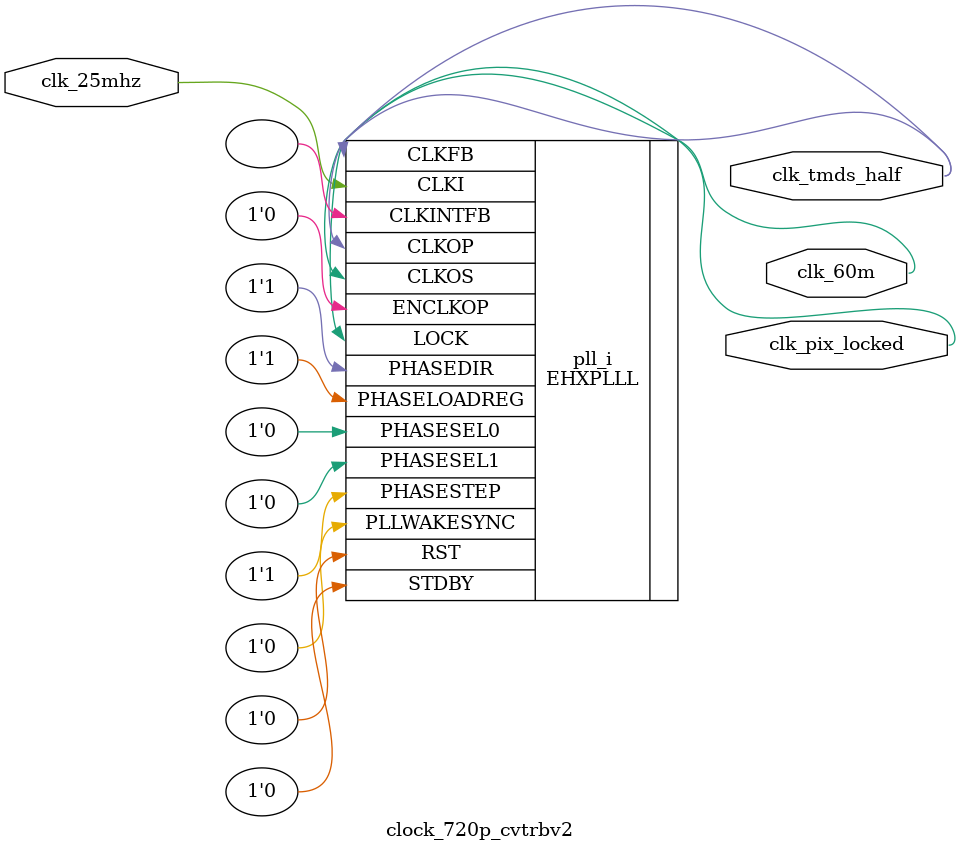
<source format=sv>
module clock_720p_cvtrbv2
(
    input clk_25mhz, // 25 MHz, 0 deg
    output clk_tmds_half, // 304.167 MHz, 0 deg
    output clk_60m, // 60.8333 MHz, 0 deg
    output clk_pix_locked
);
(* FREQUENCY_PIN_CLKI="25" *)
(* FREQUENCY_PIN_CLKOP="304.167" *)
(* FREQUENCY_PIN_CLKOS="60.8333" *)
(* ICP_CURRENT="12" *) (* LPF_RESISTOR="8" *) (* MFG_ENABLE_FILTEROPAMP="1" *) (* MFG_GMCREF_SEL="2" *)
EHXPLLL #(
        .PLLRST_ENA("DISABLED"),
        .INTFB_WAKE("DISABLED"),
        .STDBY_ENABLE("DISABLED"),
        .DPHASE_SOURCE("DISABLED"),
        .OUTDIVIDER_MUXA("DIVA"),
        .OUTDIVIDER_MUXB("DIVB"),
        .OUTDIVIDER_MUXC("DIVC"),
        .OUTDIVIDER_MUXD("DIVD"),
        .CLKI_DIV(6),
        .CLKOP_ENABLE("ENABLED"),
        .CLKOP_DIV(2),
        .CLKOP_CPHASE(0),
        .CLKOP_FPHASE(0),
        .CLKOS_ENABLE("ENABLED"),
        .CLKOS_DIV(10),
        .CLKOS_CPHASE(0),
        .CLKOS_FPHASE(0),
        .FEEDBK_PATH("CLKOP"),
        .CLKFB_DIV(73)
    ) pll_i (
        .RST(1'b0),
        .STDBY(1'b0),
        .CLKI(clk_25mhz),
        .CLKOP(clk_tmds_half),
        .CLKOS(clk_60m),
        .CLKFB(clk_tmds_half),
        .CLKINTFB(),
        .PHASESEL0(1'b0),
        .PHASESEL1(1'b0),
        .PHASEDIR(1'b1),
        .PHASESTEP(1'b1),
        .PHASELOADREG(1'b1),
        .PLLWAKESYNC(1'b0),
        .ENCLKOP(1'b0),
        .LOCK(clk_pix_locked)
	);
endmodule

</source>
